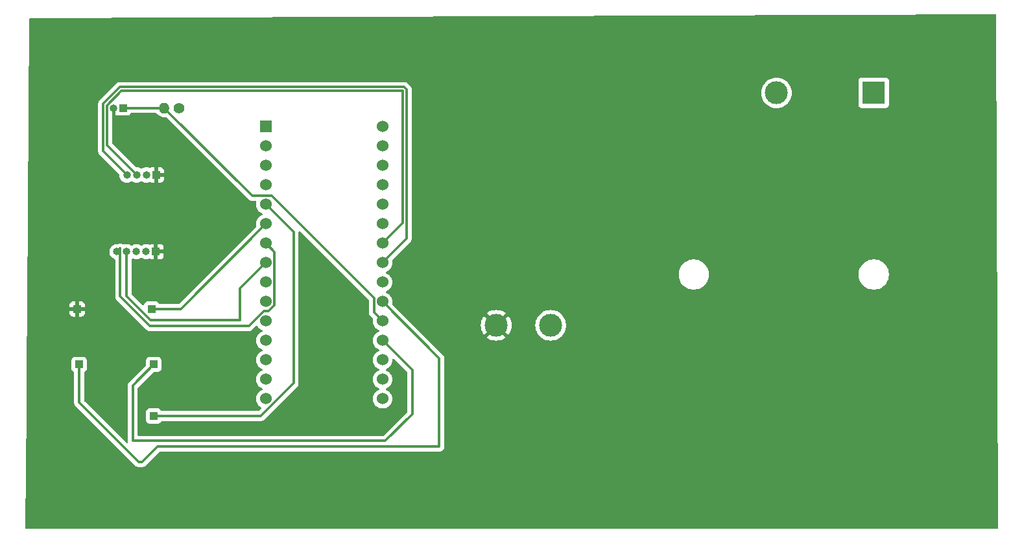
<source format=gbr>
%TF.GenerationSoftware,KiCad,Pcbnew,8.0.7*%
%TF.CreationDate,2024-12-21T06:43:57+05:30*%
%TF.ProjectId,hello,68656c6c-6f2e-46b6-9963-61645f706362,rev?*%
%TF.SameCoordinates,Original*%
%TF.FileFunction,Copper,L2,Bot*%
%TF.FilePolarity,Positive*%
%FSLAX46Y46*%
G04 Gerber Fmt 4.6, Leading zero omitted, Abs format (unit mm)*
G04 Created by KiCad (PCBNEW 8.0.7) date 2024-12-21 06:43:57*
%MOMM*%
%LPD*%
G01*
G04 APERTURE LIST*
%TA.AperFunction,ComponentPad*%
%ADD10R,1.000000X1.000000*%
%TD*%
%TA.AperFunction,ComponentPad*%
%ADD11O,1.000000X1.000000*%
%TD*%
%TA.AperFunction,ComponentPad*%
%ADD12C,3.000000*%
%TD*%
%TA.AperFunction,ComponentPad*%
%ADD13C,1.524000*%
%TD*%
%TA.AperFunction,ComponentPad*%
%ADD14R,1.524000X1.524000*%
%TD*%
%TA.AperFunction,ComponentPad*%
%ADD15C,1.400000*%
%TD*%
%TA.AperFunction,ComponentPad*%
%ADD16O,1.400000X1.400000*%
%TD*%
%TA.AperFunction,ComponentPad*%
%ADD17R,3.000000X3.000000*%
%TD*%
%TA.AperFunction,Conductor*%
%ADD18C,0.300000*%
%TD*%
G04 APERTURE END LIST*
D10*
%TO.P,U2,1,GND*%
%TO.N,GND*%
X120060000Y-85500000D03*
D11*
%TO.P,U2,2,VCC*%
%TO.N,+5V*%
X118790000Y-85500000D03*
%TO.P,U2,3,SCL*%
%TO.N,SCL*%
X117520000Y-85500000D03*
%TO.P,U2,4,SDA*%
%TO.N,SDA*%
X116250000Y-85500000D03*
%TD*%
D10*
%TO.P,R2,1*%
%TO.N,ohmmeter*%
X115750000Y-76750000D03*
D11*
%TO.P,R2,2*%
%TO.N,GND*%
X114480000Y-76750000D03*
%TD*%
D10*
%TO.P,J3,1,Pin_1*%
%TO.N,common*%
X110000000Y-110250000D03*
%TD*%
%TO.P,J5,1,Pin_1*%
%TO.N,GND*%
X109750000Y-103000000D03*
%TD*%
%TO.P,J2,1,Pin_1*%
%TO.N,volt*%
X119750000Y-110250000D03*
%TD*%
D12*
%TO.P,SW1,P,B*%
%TO.N,/switch*%
X171556000Y-105143750D03*
%TO.P,SW1,T,A*%
%TO.N,GND*%
X164444000Y-105143750D03*
%TD*%
D13*
%TO.P,U1,30,VIN*%
%TO.N,+5V*%
X149616000Y-79190000D03*
%TO.P,U1,29,GND*%
%TO.N,unconnected-(U1-GND-Pad29)*%
X149616000Y-81730000D03*
%TO.P,U1,28,RST*%
%TO.N,unconnected-(U1-RST-Pad28)*%
X149616000Y-84270000D03*
%TO.P,U1,27,5V*%
%TO.N,unconnected-(U1-5V-Pad27)*%
X149616000Y-86810000D03*
%TO.P,U1,26,A7*%
%TO.N,unconnected-(U1-A7-Pad26)*%
X149616000Y-89350000D03*
%TO.P,U1,25,A6*%
%TO.N,unconnected-(U1-A6-Pad25)*%
X149616000Y-91890000D03*
%TO.P,U1,24,A5/SCL*%
%TO.N,SCL*%
X149616000Y-94430000D03*
%TO.P,U1,23,A4/SDA*%
%TO.N,SDA*%
X149616000Y-96970000D03*
%TO.P,U1,22,A3*%
%TO.N,unconnected-(U1-A3-Pad22)*%
X149616000Y-99510000D03*
%TO.P,U1,21,A2*%
%TO.N,common*%
X149616000Y-102050000D03*
%TO.P,U1,20,A1*%
%TO.N,ohmmeter*%
X149616000Y-104590000D03*
%TO.P,U1,19,A0*%
%TO.N,volt*%
X149616000Y-107130000D03*
%TO.P,U1,18,REF*%
%TO.N,unconnected-(U1-REF-Pad18)*%
X149616000Y-109670000D03*
%TO.P,U1,17,3V3*%
%TO.N,unconnected-(U1-3V3-Pad17)*%
X149616000Y-112210000D03*
%TO.P,U1,16,D13*%
%TO.N,unconnected-(U1-D13-Pad16)*%
X149616000Y-114750000D03*
%TO.P,U1,15,D12*%
%TO.N,unconnected-(U1-D12-Pad15)*%
X134376000Y-114750000D03*
%TO.P,U1,14,D11*%
%TO.N,unconnected-(U1-D11-Pad14)*%
X134376000Y-112210000D03*
%TO.P,U1,13,D10*%
%TO.N,unconnected-(U1-D10-Pad13)*%
X134376000Y-109670000D03*
%TO.P,U1,12,D9*%
%TO.N,unconnected-(U1-D9-Pad12)*%
X134376000Y-107130000D03*
%TO.P,U1,11,D8*%
%TO.N,unconnected-(U1-D8-Pad11)*%
X134376000Y-104590000D03*
%TO.P,U1,10,D7*%
%TO.N,unconnected-(U1-D7-Pad10)*%
X134376000Y-102050000D03*
%TO.P,U1,9,D6*%
%TO.N,unconnected-(U1-D6-Pad9)*%
X134376000Y-99510000D03*
%TO.P,U1,8,D5*%
%TO.N,DT*%
X134376000Y-96970000D03*
%TO.P,U1,7,D4*%
%TO.N,CLK*%
X134376000Y-94430000D03*
%TO.P,U1,6,D3*%
%TO.N,cont*%
X134376000Y-91890000D03*
%TO.P,U1,5,D2*%
%TO.N,pwm*%
X134376000Y-89350000D03*
%TO.P,U1,4,GND*%
%TO.N,unconnected-(U1-GND-Pad4)*%
X134376000Y-86810000D03*
%TO.P,U1,3,RST*%
%TO.N,unconnected-(U1-RST-Pad3)*%
X134376000Y-84270000D03*
%TO.P,U1,2,D0/RX*%
%TO.N,unconnected-(U1-D0{slash}RX-Pad2)*%
X134376000Y-81730000D03*
D14*
%TO.P,U1,1,D1/TX*%
%TO.N,unconnected-(U1-D1{slash}TX-Pad1)*%
X134376000Y-79190000D03*
%TD*%
D10*
%TO.P,U3,1,GND*%
%TO.N,GND*%
X120025000Y-95525000D03*
D11*
%TO.P,U3,2,VCC*%
%TO.N,+5V*%
X118755000Y-95525000D03*
%TO.P,U3,3,SW*%
%TO.N,unconnected-(U3-SW-Pad3)*%
X117485000Y-95525000D03*
%TO.P,U3,4,DT*%
%TO.N,DT*%
X116215000Y-95525000D03*
%TO.P,U3,5,CLK*%
%TO.N,CLK*%
X114945000Y-95525000D03*
%TD*%
D10*
%TO.P,J4,1,Pin_1*%
%TO.N,cont*%
X119500000Y-103000000D03*
%TD*%
D15*
%TO.P,R1,1*%
%TO.N,+5V*%
X123000000Y-76750000D03*
D16*
%TO.P,R1,2*%
%TO.N,ohmmeter*%
X121100000Y-76750000D03*
%TD*%
D17*
%TO.P,BT1,1,+*%
%TO.N,+5V*%
X213750000Y-74780000D03*
D12*
%TO.P,BT1,2,-*%
%TO.N,/switch*%
X201050000Y-74780000D03*
%TD*%
D10*
%TO.P,J1,1,Pin_1*%
%TO.N,pwm*%
X119750000Y-117000000D03*
%TD*%
D18*
%TO.N,SDA*%
X152750000Y-93836000D02*
X149616000Y-96970000D01*
X152750000Y-74292893D02*
X152750000Y-93836000D01*
X115320811Y-74000000D02*
X152457107Y-74000000D01*
X152457107Y-74000000D02*
X152750000Y-74292893D01*
X113130000Y-82380000D02*
X113130000Y-76190811D01*
X113130000Y-76190811D02*
X115320811Y-74000000D01*
X116250000Y-85500000D02*
X113130000Y-82380000D01*
%TO.N,SCL*%
X152250000Y-74500000D02*
X152250000Y-91796000D01*
X115527918Y-74500000D02*
X152250000Y-74500000D01*
X113630000Y-76397918D02*
X115527918Y-74500000D01*
X113630000Y-81610000D02*
X113630000Y-76397918D01*
X152250000Y-91796000D02*
X149616000Y-94430000D01*
X117520000Y-85500000D02*
X113630000Y-81610000D01*
%TO.N,ohmmeter*%
X132588000Y-88238000D02*
X135152606Y-88238000D01*
X135152606Y-88238000D02*
X148504000Y-101589394D01*
X148504000Y-101589394D02*
X148504000Y-103478000D01*
X121100000Y-76750000D02*
X132588000Y-88238000D01*
X148504000Y-103478000D02*
X149616000Y-104590000D01*
X115750000Y-76750000D02*
X121100000Y-76750000D01*
%TO.N,common*%
X157000000Y-121000000D02*
X157000000Y-109434000D01*
X120250000Y-121000000D02*
X157000000Y-121000000D01*
X118250000Y-123000000D02*
X120250000Y-121000000D01*
X117750000Y-123000000D02*
X118250000Y-123000000D01*
X110000000Y-115250000D02*
X117750000Y-123000000D01*
X110000000Y-110250000D02*
X110000000Y-115250000D01*
X157000000Y-109434000D02*
X149616000Y-102050000D01*
%TO.N,volt*%
X153500000Y-116750000D02*
X153500000Y-111014000D01*
X150000000Y-120250000D02*
X153500000Y-116750000D01*
X117000000Y-120250000D02*
X150000000Y-120250000D01*
X119750000Y-110250000D02*
X117000000Y-113000000D01*
X117000000Y-113000000D02*
X117000000Y-120250000D01*
X153500000Y-111014000D02*
X149616000Y-107130000D01*
%TO.N,CLK*%
X135488000Y-95542000D02*
X134376000Y-94430000D01*
X135488000Y-102512000D02*
X135488000Y-95542000D01*
X132143394Y-105250000D02*
X134143394Y-103250000D01*
X134750000Y-103250000D02*
X135488000Y-102512000D01*
X119250000Y-105250000D02*
X132143394Y-105250000D01*
X115365000Y-101365000D02*
X119250000Y-105250000D01*
X115365000Y-95105000D02*
X115365000Y-101365000D01*
X134143394Y-103250000D02*
X134750000Y-103250000D01*
X114945000Y-95525000D02*
X115365000Y-95105000D01*
%TO.N,pwm*%
X133698606Y-117000000D02*
X119750000Y-117000000D01*
X138000000Y-112698606D02*
X133698606Y-117000000D01*
X134376000Y-89350000D02*
X138000000Y-92974000D01*
X138000000Y-92974000D02*
X138000000Y-112698606D01*
%TO.N,DT*%
X131000000Y-100346000D02*
X134376000Y-96970000D01*
X131000000Y-104500000D02*
X131000000Y-100346000D01*
X119350000Y-104500000D02*
X131000000Y-104500000D01*
X116215000Y-101365000D02*
X119350000Y-104500000D01*
X116215000Y-95525000D02*
X116215000Y-101365000D01*
%TO.N,cont*%
X119500000Y-103000000D02*
X123266000Y-103000000D01*
X123266000Y-103000000D02*
X134376000Y-91890000D01*
%TD*%
%TA.AperFunction,Conductor*%
%TO.N,GND*%
G36*
X229693088Y-64519910D02*
G01*
X229739051Y-64572532D01*
X229750461Y-64624029D01*
X229999537Y-131625539D01*
X229980102Y-131692651D01*
X229927468Y-131738602D01*
X229875538Y-131750000D01*
X103124933Y-131750000D01*
X103057894Y-131730315D01*
X103012139Y-131677511D01*
X103000936Y-131625071D01*
X103116910Y-116142452D01*
X103165152Y-109702135D01*
X108999500Y-109702135D01*
X108999500Y-110797870D01*
X108999501Y-110797876D01*
X109005908Y-110857483D01*
X109056202Y-110992328D01*
X109056206Y-110992335D01*
X109142452Y-111107544D01*
X109142455Y-111107547D01*
X109257665Y-111193794D01*
X109257667Y-111193794D01*
X109257669Y-111193796D01*
X109268830Y-111197958D01*
X109324764Y-111239826D01*
X109349184Y-111305289D01*
X109349500Y-111314141D01*
X109349500Y-115314071D01*
X109373496Y-115434701D01*
X109374499Y-115439746D01*
X109423533Y-115558125D01*
X109494726Y-115664673D01*
X117335326Y-123505273D01*
X117335329Y-123505275D01*
X117335331Y-123505277D01*
X117441873Y-123576465D01*
X117560256Y-123625501D01*
X117560260Y-123625501D01*
X117560261Y-123625502D01*
X117685928Y-123650500D01*
X117685931Y-123650500D01*
X118314071Y-123650500D01*
X118398615Y-123633682D01*
X118439744Y-123625501D01*
X118558127Y-123576465D01*
X118664669Y-123505277D01*
X120483126Y-121686818D01*
X120544449Y-121653334D01*
X120570807Y-121650500D01*
X157064071Y-121650500D01*
X157148615Y-121633682D01*
X157189744Y-121625501D01*
X157308127Y-121576465D01*
X157414669Y-121505276D01*
X157505276Y-121414669D01*
X157576465Y-121308127D01*
X157625501Y-121189744D01*
X157650500Y-121064069D01*
X157650500Y-109369931D01*
X157650500Y-109369928D01*
X157625502Y-109244261D01*
X157625501Y-109244260D01*
X157625501Y-109244256D01*
X157576465Y-109125873D01*
X157564574Y-109108077D01*
X157505277Y-109019331D01*
X157505275Y-109019329D01*
X157505273Y-109019326D01*
X157505272Y-109019325D01*
X153629694Y-105143748D01*
X162438891Y-105143748D01*
X162438891Y-105143751D01*
X162459300Y-105429112D01*
X162520109Y-105708645D01*
X162620091Y-105976708D01*
X162757191Y-106227788D01*
X162757196Y-106227796D01*
X162863882Y-106370312D01*
X162863883Y-106370313D01*
X163581426Y-105652770D01*
X163667249Y-105781213D01*
X163806537Y-105920501D01*
X163934978Y-106006323D01*
X163217435Y-106723865D01*
X163217436Y-106723866D01*
X163359953Y-106830553D01*
X163359961Y-106830558D01*
X163611042Y-106967658D01*
X163611041Y-106967658D01*
X163879104Y-107067640D01*
X164158637Y-107128449D01*
X164443999Y-107148859D01*
X164444001Y-107148859D01*
X164729362Y-107128449D01*
X165008895Y-107067640D01*
X165276958Y-106967658D01*
X165528038Y-106830558D01*
X165528039Y-106830557D01*
X165670563Y-106723865D01*
X164953020Y-106006323D01*
X165081463Y-105920501D01*
X165220751Y-105781213D01*
X165306573Y-105652770D01*
X166024115Y-106370313D01*
X166130807Y-106227789D01*
X166130808Y-106227788D01*
X166267908Y-105976708D01*
X166367890Y-105708645D01*
X166428699Y-105429112D01*
X166449109Y-105143751D01*
X166449109Y-105143748D01*
X169550390Y-105143748D01*
X169550390Y-105143751D01*
X169570804Y-105429183D01*
X169631628Y-105708787D01*
X169631630Y-105708793D01*
X169631631Y-105708796D01*
X169729944Y-105972382D01*
X169731635Y-105976916D01*
X169868770Y-106228059D01*
X169868775Y-106228067D01*
X170040254Y-106457137D01*
X170040270Y-106457155D01*
X170242594Y-106659479D01*
X170242612Y-106659495D01*
X170471682Y-106830974D01*
X170471690Y-106830979D01*
X170722833Y-106968114D01*
X170722832Y-106968114D01*
X170722836Y-106968115D01*
X170722839Y-106968117D01*
X170990954Y-107068119D01*
X170990960Y-107068120D01*
X170990962Y-107068121D01*
X171270566Y-107128945D01*
X171270568Y-107128945D01*
X171270572Y-107128946D01*
X171524220Y-107147087D01*
X171555999Y-107149360D01*
X171556000Y-107149360D01*
X171556001Y-107149360D01*
X171584595Y-107147314D01*
X171841428Y-107128946D01*
X172121046Y-107068119D01*
X172389161Y-106968117D01*
X172640315Y-106830976D01*
X172869395Y-106659489D01*
X173071739Y-106457145D01*
X173243226Y-106228065D01*
X173380367Y-105976911D01*
X173480369Y-105708796D01*
X173484994Y-105687534D01*
X173541195Y-105429183D01*
X173541195Y-105429182D01*
X173541196Y-105429178D01*
X173561610Y-105143750D01*
X173541196Y-104858322D01*
X173530699Y-104810070D01*
X173480371Y-104578712D01*
X173480370Y-104578710D01*
X173480369Y-104578704D01*
X173380367Y-104310589D01*
X173366236Y-104284711D01*
X173243229Y-104059440D01*
X173243224Y-104059432D01*
X173071745Y-103830362D01*
X173071729Y-103830344D01*
X172869405Y-103628020D01*
X172869387Y-103628004D01*
X172640317Y-103456525D01*
X172640309Y-103456520D01*
X172389166Y-103319385D01*
X172389167Y-103319385D01*
X172203138Y-103250000D01*
X172121046Y-103219381D01*
X172121043Y-103219380D01*
X172121037Y-103219378D01*
X171841433Y-103158554D01*
X171556001Y-103138140D01*
X171555999Y-103138140D01*
X171270566Y-103158554D01*
X170990962Y-103219378D01*
X170722833Y-103319385D01*
X170471690Y-103456520D01*
X170471682Y-103456525D01*
X170242612Y-103628004D01*
X170242594Y-103628020D01*
X170040270Y-103830344D01*
X170040254Y-103830362D01*
X169868775Y-104059432D01*
X169868770Y-104059440D01*
X169731635Y-104310583D01*
X169631628Y-104578712D01*
X169570804Y-104858316D01*
X169550390Y-105143748D01*
X166449109Y-105143748D01*
X166428699Y-104858387D01*
X166367890Y-104578854D01*
X166267908Y-104310791D01*
X166130808Y-104059711D01*
X166130803Y-104059703D01*
X166024116Y-103917186D01*
X166024115Y-103917185D01*
X165306572Y-104634728D01*
X165220751Y-104506287D01*
X165081463Y-104366999D01*
X164953020Y-104281175D01*
X165670563Y-103563633D01*
X165670562Y-103563632D01*
X165528046Y-103456946D01*
X165528038Y-103456941D01*
X165276957Y-103319841D01*
X165276958Y-103319841D01*
X165008895Y-103219859D01*
X164729362Y-103159050D01*
X164444001Y-103138641D01*
X164443999Y-103138641D01*
X164158637Y-103159050D01*
X163879104Y-103219859D01*
X163611041Y-103319841D01*
X163359961Y-103456941D01*
X163359953Y-103456946D01*
X163217435Y-103563632D01*
X163934979Y-104281176D01*
X163806537Y-104366999D01*
X163667249Y-104506287D01*
X163581426Y-104634729D01*
X162863882Y-103917185D01*
X162757196Y-104059703D01*
X162757191Y-104059711D01*
X162620091Y-104310791D01*
X162520109Y-104578854D01*
X162459300Y-104858387D01*
X162438891Y-105143748D01*
X153629694Y-105143748D01*
X150891857Y-102405911D01*
X150858372Y-102344588D01*
X150859764Y-102286133D01*
X150864070Y-102270068D01*
X150882780Y-102056204D01*
X150883323Y-102050002D01*
X150883323Y-102049997D01*
X150876103Y-101967474D01*
X150864070Y-101829932D01*
X150806894Y-101616550D01*
X150713534Y-101416339D01*
X150586826Y-101235380D01*
X150430620Y-101079174D01*
X150430616Y-101079171D01*
X150430615Y-101079170D01*
X150249666Y-100952468D01*
X150249658Y-100952464D01*
X150120811Y-100892382D01*
X150068371Y-100846210D01*
X150049219Y-100779017D01*
X150069435Y-100712135D01*
X150120811Y-100667618D01*
X150126802Y-100664824D01*
X150249662Y-100607534D01*
X150430620Y-100480826D01*
X150586826Y-100324620D01*
X150713534Y-100143662D01*
X150806894Y-99943450D01*
X150864070Y-99730068D01*
X150883323Y-99510000D01*
X150883322Y-99509994D01*
X150871566Y-99375616D01*
X150864070Y-99289932D01*
X150806894Y-99076550D01*
X150713534Y-98876339D01*
X150586826Y-98695380D01*
X150430620Y-98539174D01*
X150430616Y-98539171D01*
X150430615Y-98539170D01*
X150249666Y-98412468D01*
X150249658Y-98412464D01*
X150159719Y-98370525D01*
X188274500Y-98370525D01*
X188274500Y-98629474D01*
X188274501Y-98629491D01*
X188308299Y-98886217D01*
X188308300Y-98886222D01*
X188308301Y-98886228D01*
X188308302Y-98886230D01*
X188375324Y-99136364D01*
X188474423Y-99375609D01*
X188474427Y-99375619D01*
X188603906Y-99599883D01*
X188761551Y-99805331D01*
X188761557Y-99805338D01*
X188944661Y-99988442D01*
X188944668Y-99988448D01*
X189150116Y-100146093D01*
X189374380Y-100275572D01*
X189374381Y-100275572D01*
X189374384Y-100275574D01*
X189613634Y-100374675D01*
X189863772Y-100441699D01*
X190120519Y-100475500D01*
X190120526Y-100475500D01*
X190379474Y-100475500D01*
X190379481Y-100475500D01*
X190636228Y-100441699D01*
X190886366Y-100374675D01*
X191125616Y-100275574D01*
X191349884Y-100146093D01*
X191555333Y-99988447D01*
X191738447Y-99805333D01*
X191896093Y-99599884D01*
X192025574Y-99375616D01*
X192124675Y-99136366D01*
X192191699Y-98886228D01*
X192225500Y-98629481D01*
X192225500Y-98370525D01*
X211774500Y-98370525D01*
X211774500Y-98629474D01*
X211774501Y-98629491D01*
X211808299Y-98886217D01*
X211808300Y-98886222D01*
X211808301Y-98886228D01*
X211808302Y-98886230D01*
X211875324Y-99136364D01*
X211974423Y-99375609D01*
X211974427Y-99375619D01*
X212103906Y-99599883D01*
X212261551Y-99805331D01*
X212261557Y-99805338D01*
X212444661Y-99988442D01*
X212444668Y-99988448D01*
X212650116Y-100146093D01*
X212874380Y-100275572D01*
X212874381Y-100275572D01*
X212874384Y-100275574D01*
X213113634Y-100374675D01*
X213363772Y-100441699D01*
X213620519Y-100475500D01*
X213620526Y-100475500D01*
X213879474Y-100475500D01*
X213879481Y-100475500D01*
X214136228Y-100441699D01*
X214386366Y-100374675D01*
X214625616Y-100275574D01*
X214849884Y-100146093D01*
X215055333Y-99988447D01*
X215238447Y-99805333D01*
X215396093Y-99599884D01*
X215525574Y-99375616D01*
X215624675Y-99136366D01*
X215691699Y-98886228D01*
X215725500Y-98629481D01*
X215725500Y-98370519D01*
X215691699Y-98113772D01*
X215624675Y-97863634D01*
X215525574Y-97624384D01*
X215513612Y-97603666D01*
X215396093Y-97400116D01*
X215238448Y-97194668D01*
X215238442Y-97194661D01*
X215055338Y-97011557D01*
X215055331Y-97011551D01*
X214849883Y-96853906D01*
X214625619Y-96724427D01*
X214625609Y-96724423D01*
X214386364Y-96625324D01*
X214261297Y-96591813D01*
X214136228Y-96558301D01*
X214136222Y-96558300D01*
X214136217Y-96558299D01*
X213879491Y-96524501D01*
X213879486Y-96524500D01*
X213879481Y-96524500D01*
X213620519Y-96524500D01*
X213620513Y-96524500D01*
X213620508Y-96524501D01*
X213363782Y-96558299D01*
X213363775Y-96558300D01*
X213363772Y-96558301D01*
X213310908Y-96572465D01*
X213113635Y-96625324D01*
X212874390Y-96724423D01*
X212874380Y-96724427D01*
X212650116Y-96853906D01*
X212444668Y-97011551D01*
X212444661Y-97011557D01*
X212261557Y-97194661D01*
X212261551Y-97194668D01*
X212103906Y-97400116D01*
X211974427Y-97624380D01*
X211974423Y-97624390D01*
X211875324Y-97863635D01*
X211808302Y-98113769D01*
X211808299Y-98113782D01*
X211774501Y-98370508D01*
X211774500Y-98370525D01*
X192225500Y-98370525D01*
X192225500Y-98370519D01*
X192191699Y-98113772D01*
X192124675Y-97863634D01*
X192025574Y-97624384D01*
X192013612Y-97603666D01*
X191896093Y-97400116D01*
X191738448Y-97194668D01*
X191738442Y-97194661D01*
X191555338Y-97011557D01*
X191555331Y-97011551D01*
X191349883Y-96853906D01*
X191125619Y-96724427D01*
X191125609Y-96724423D01*
X190886364Y-96625324D01*
X190761297Y-96591813D01*
X190636228Y-96558301D01*
X190636222Y-96558300D01*
X190636217Y-96558299D01*
X190379491Y-96524501D01*
X190379486Y-96524500D01*
X190379481Y-96524500D01*
X190120519Y-96524500D01*
X190120513Y-96524500D01*
X190120508Y-96524501D01*
X189863782Y-96558299D01*
X189863775Y-96558300D01*
X189863772Y-96558301D01*
X189810908Y-96572465D01*
X189613635Y-96625324D01*
X189374390Y-96724423D01*
X189374380Y-96724427D01*
X189150116Y-96853906D01*
X188944668Y-97011551D01*
X188944661Y-97011557D01*
X188761557Y-97194661D01*
X188761551Y-97194668D01*
X188603906Y-97400116D01*
X188474427Y-97624380D01*
X188474423Y-97624390D01*
X188375324Y-97863635D01*
X188308302Y-98113769D01*
X188308299Y-98113782D01*
X188274501Y-98370508D01*
X188274500Y-98370525D01*
X150159719Y-98370525D01*
X150120811Y-98352382D01*
X150068371Y-98306210D01*
X150049219Y-98239017D01*
X150069435Y-98172135D01*
X150120811Y-98127618D01*
X150150510Y-98113769D01*
X150249662Y-98067534D01*
X150430620Y-97940826D01*
X150586826Y-97784620D01*
X150713534Y-97603662D01*
X150806894Y-97403450D01*
X150864070Y-97190068D01*
X150883323Y-96970000D01*
X150864070Y-96749932D01*
X150859765Y-96733866D01*
X150861424Y-96664017D01*
X150891855Y-96614089D01*
X153255276Y-94250670D01*
X153326465Y-94144127D01*
X153375501Y-94025744D01*
X153381308Y-93996550D01*
X153400500Y-93900069D01*
X153400500Y-74779998D01*
X199044390Y-74779998D01*
X199044390Y-74780001D01*
X199064804Y-75065433D01*
X199125628Y-75345037D01*
X199225635Y-75613166D01*
X199362770Y-75864309D01*
X199362775Y-75864317D01*
X199534254Y-76093387D01*
X199534270Y-76093405D01*
X199736594Y-76295729D01*
X199736612Y-76295745D01*
X199965682Y-76467224D01*
X199965690Y-76467229D01*
X200216833Y-76604364D01*
X200216832Y-76604364D01*
X200216836Y-76604365D01*
X200216839Y-76604367D01*
X200484954Y-76704369D01*
X200484960Y-76704370D01*
X200484962Y-76704371D01*
X200764566Y-76765195D01*
X200764568Y-76765195D01*
X200764572Y-76765196D01*
X201018220Y-76783337D01*
X201049999Y-76785610D01*
X201050000Y-76785610D01*
X201050001Y-76785610D01*
X201078595Y-76783564D01*
X201335428Y-76765196D01*
X201525742Y-76723796D01*
X201615037Y-76704371D01*
X201615037Y-76704370D01*
X201615046Y-76704369D01*
X201883161Y-76604367D01*
X202134315Y-76467226D01*
X202363395Y-76295739D01*
X202565739Y-76093395D01*
X202737226Y-75864315D01*
X202874367Y-75613161D01*
X202974369Y-75345046D01*
X203035196Y-75065428D01*
X203055610Y-74780000D01*
X203035196Y-74494572D01*
X202974369Y-74214954D01*
X202874367Y-73946839D01*
X202737226Y-73695685D01*
X202737224Y-73695682D01*
X202565745Y-73466612D01*
X202565729Y-73466594D01*
X202363405Y-73264270D01*
X202363387Y-73264254D01*
X202320481Y-73232135D01*
X211749500Y-73232135D01*
X211749500Y-76327870D01*
X211749501Y-76327876D01*
X211755908Y-76387483D01*
X211806202Y-76522328D01*
X211806206Y-76522335D01*
X211892452Y-76637544D01*
X211892455Y-76637547D01*
X212007664Y-76723793D01*
X212007671Y-76723797D01*
X212142517Y-76774091D01*
X212142516Y-76774091D01*
X212149444Y-76774835D01*
X212202127Y-76780500D01*
X215297872Y-76780499D01*
X215357483Y-76774091D01*
X215492331Y-76723796D01*
X215607546Y-76637546D01*
X215693796Y-76522331D01*
X215744091Y-76387483D01*
X215750500Y-76327873D01*
X215750499Y-73232128D01*
X215744091Y-73172517D01*
X215714347Y-73092770D01*
X215693797Y-73037671D01*
X215693793Y-73037664D01*
X215607547Y-72922455D01*
X215607544Y-72922452D01*
X215492335Y-72836206D01*
X215492328Y-72836202D01*
X215357482Y-72785908D01*
X215357483Y-72785908D01*
X215297883Y-72779501D01*
X215297881Y-72779500D01*
X215297873Y-72779500D01*
X215297864Y-72779500D01*
X212202129Y-72779500D01*
X212202123Y-72779501D01*
X212142516Y-72785908D01*
X212007671Y-72836202D01*
X212007664Y-72836206D01*
X211892455Y-72922452D01*
X211892452Y-72922455D01*
X211806206Y-73037664D01*
X211806202Y-73037671D01*
X211755908Y-73172517D01*
X211749501Y-73232116D01*
X211749501Y-73232123D01*
X211749500Y-73232135D01*
X202320481Y-73232135D01*
X202134317Y-73092775D01*
X202134309Y-73092770D01*
X201883166Y-72955635D01*
X201883167Y-72955635D01*
X201775915Y-72915632D01*
X201615046Y-72855631D01*
X201615043Y-72855630D01*
X201615037Y-72855628D01*
X201335433Y-72794804D01*
X201050001Y-72774390D01*
X201049999Y-72774390D01*
X200764566Y-72794804D01*
X200484962Y-72855628D01*
X200216833Y-72955635D01*
X199965690Y-73092770D01*
X199965682Y-73092775D01*
X199736612Y-73264254D01*
X199736594Y-73264270D01*
X199534270Y-73466594D01*
X199534254Y-73466612D01*
X199362775Y-73695682D01*
X199362770Y-73695690D01*
X199225635Y-73946833D01*
X199125628Y-74214962D01*
X199064804Y-74494566D01*
X199044390Y-74779998D01*
X153400500Y-74779998D01*
X153400500Y-74228824D01*
X153400500Y-74228821D01*
X153375502Y-74103154D01*
X153375501Y-74103153D01*
X153375501Y-74103149D01*
X153326465Y-73984766D01*
X153285552Y-73923535D01*
X153255276Y-73878223D01*
X153255274Y-73878220D01*
X152871780Y-73494726D01*
X152829704Y-73466612D01*
X152765234Y-73423535D01*
X152646851Y-73374499D01*
X152646845Y-73374497D01*
X152521178Y-73349500D01*
X152521176Y-73349500D01*
X115256742Y-73349500D01*
X115256740Y-73349500D01*
X115131072Y-73374497D01*
X115131062Y-73374500D01*
X115082031Y-73394810D01*
X115012692Y-73423530D01*
X115012674Y-73423540D01*
X114906143Y-73494721D01*
X114906136Y-73494727D01*
X112624724Y-75776140D01*
X112624723Y-75776142D01*
X112604637Y-75806204D01*
X112604636Y-75806206D01*
X112553534Y-75882684D01*
X112504499Y-76001066D01*
X112504497Y-76001072D01*
X112479500Y-76126739D01*
X112479500Y-76126742D01*
X112479500Y-82444069D01*
X112479500Y-82444071D01*
X112479499Y-82444071D01*
X112504497Y-82569738D01*
X112504499Y-82569744D01*
X112553534Y-82688125D01*
X112624726Y-82794673D01*
X112624727Y-82794674D01*
X115210845Y-85380791D01*
X115244330Y-85442114D01*
X115246567Y-85480625D01*
X115244659Y-85499999D01*
X115263975Y-85696129D01*
X115321188Y-85884733D01*
X115414086Y-86058532D01*
X115414090Y-86058539D01*
X115539116Y-86210883D01*
X115691460Y-86335909D01*
X115691467Y-86335913D01*
X115865266Y-86428811D01*
X115865269Y-86428811D01*
X115865273Y-86428814D01*
X116053868Y-86486024D01*
X116250000Y-86505341D01*
X116446132Y-86486024D01*
X116634727Y-86428814D01*
X116808538Y-86335910D01*
X116808544Y-86335904D01*
X116813607Y-86332523D01*
X116814703Y-86334164D01*
X116870639Y-86310405D01*
X116939507Y-86322194D01*
X116956148Y-86332888D01*
X116956393Y-86332523D01*
X116961458Y-86335907D01*
X116961462Y-86335910D01*
X117037502Y-86376554D01*
X117131439Y-86426765D01*
X117135273Y-86428814D01*
X117323868Y-86486024D01*
X117520000Y-86505341D01*
X117716132Y-86486024D01*
X117904727Y-86428814D01*
X118078538Y-86335910D01*
X118078544Y-86335904D01*
X118083607Y-86332523D01*
X118084703Y-86334164D01*
X118140639Y-86310405D01*
X118209507Y-86322194D01*
X118226148Y-86332888D01*
X118226393Y-86332523D01*
X118231458Y-86335907D01*
X118231462Y-86335910D01*
X118307502Y-86376554D01*
X118401439Y-86426765D01*
X118405273Y-86428814D01*
X118593868Y-86486024D01*
X118790000Y-86505341D01*
X118986132Y-86486024D01*
X119174727Y-86428814D01*
X119177338Y-86427418D01*
X119178864Y-86427100D01*
X119180355Y-86426483D01*
X119180472Y-86426765D01*
X119245737Y-86413174D01*
X119310106Y-86437510D01*
X119317908Y-86443351D01*
X119452623Y-86493597D01*
X119452627Y-86493598D01*
X119512155Y-86499999D01*
X119512172Y-86500000D01*
X119810000Y-86500000D01*
X120310000Y-86500000D01*
X120607828Y-86500000D01*
X120607844Y-86499999D01*
X120667372Y-86493598D01*
X120667379Y-86493596D01*
X120802086Y-86443354D01*
X120802093Y-86443350D01*
X120917187Y-86357190D01*
X120917190Y-86357187D01*
X121003350Y-86242093D01*
X121003354Y-86242086D01*
X121053596Y-86107379D01*
X121053598Y-86107372D01*
X121059999Y-86047844D01*
X121060000Y-86047827D01*
X121060000Y-85750000D01*
X120310000Y-85750000D01*
X120310000Y-86500000D01*
X119810000Y-86500000D01*
X119810000Y-85744975D01*
X119845095Y-85780070D01*
X119924905Y-85826148D01*
X120013922Y-85850000D01*
X120106078Y-85850000D01*
X120195095Y-85826148D01*
X120274905Y-85780070D01*
X120340070Y-85714905D01*
X120386148Y-85635095D01*
X120410000Y-85546078D01*
X120410000Y-85453922D01*
X120386148Y-85364905D01*
X120340070Y-85285095D01*
X120304975Y-85250000D01*
X120310000Y-85250000D01*
X121060000Y-85250000D01*
X121060000Y-84952172D01*
X121059999Y-84952155D01*
X121053598Y-84892627D01*
X121053596Y-84892620D01*
X121003354Y-84757913D01*
X121003350Y-84757906D01*
X120917190Y-84642812D01*
X120917187Y-84642809D01*
X120802093Y-84556649D01*
X120802086Y-84556645D01*
X120667379Y-84506403D01*
X120667372Y-84506401D01*
X120607844Y-84500000D01*
X120310000Y-84500000D01*
X120310000Y-85250000D01*
X120304975Y-85250000D01*
X120274905Y-85219930D01*
X120195095Y-85173852D01*
X120106078Y-85150000D01*
X120013922Y-85150000D01*
X119924905Y-85173852D01*
X119845095Y-85219930D01*
X119810000Y-85255025D01*
X119810000Y-84500000D01*
X119512155Y-84500000D01*
X119452627Y-84506401D01*
X119452620Y-84506403D01*
X119317913Y-84556645D01*
X119317907Y-84556648D01*
X119310102Y-84562492D01*
X119244638Y-84586908D01*
X119180470Y-84573249D01*
X119180359Y-84573518D01*
X119178905Y-84572916D01*
X119177341Y-84572583D01*
X119174731Y-84571188D01*
X119174730Y-84571187D01*
X119174727Y-84571186D01*
X118986132Y-84513976D01*
X118986129Y-84513975D01*
X118790000Y-84494659D01*
X118593870Y-84513975D01*
X118405266Y-84571188D01*
X118231467Y-84664086D01*
X118226399Y-84667473D01*
X118225305Y-84665836D01*
X118169337Y-84689596D01*
X118100471Y-84677795D01*
X118083843Y-84667109D01*
X118083601Y-84667473D01*
X118078532Y-84664086D01*
X117904733Y-84571188D01*
X117904727Y-84571186D01*
X117716132Y-84513976D01*
X117716129Y-84513975D01*
X117520000Y-84494659D01*
X117500625Y-84496567D01*
X117431979Y-84483547D01*
X117400791Y-84460845D01*
X114316819Y-81376873D01*
X114283334Y-81315550D01*
X114280500Y-81289192D01*
X114280500Y-77038964D01*
X114344905Y-77076148D01*
X114433922Y-77100000D01*
X114526078Y-77100000D01*
X114615095Y-77076148D01*
X114694905Y-77030070D01*
X114730000Y-76994975D01*
X114730000Y-77719159D01*
X114864539Y-77678347D01*
X114866408Y-77677349D01*
X114867500Y-77677121D01*
X114870170Y-77676016D01*
X114870379Y-77676521D01*
X114934810Y-77663104D01*
X114999176Y-77687439D01*
X115007664Y-77693793D01*
X115007671Y-77693797D01*
X115142517Y-77744091D01*
X115142516Y-77744091D01*
X115149444Y-77744835D01*
X115202127Y-77750500D01*
X116297872Y-77750499D01*
X116357483Y-77744091D01*
X116492331Y-77693796D01*
X116607546Y-77607546D01*
X116693796Y-77492331D01*
X116697960Y-77481165D01*
X116739829Y-77425234D01*
X116805293Y-77400816D01*
X116814141Y-77400500D01*
X120025137Y-77400500D01*
X120092176Y-77420185D01*
X120124091Y-77449773D01*
X120209021Y-77562238D01*
X120209025Y-77562242D01*
X120373437Y-77712123D01*
X120373439Y-77712125D01*
X120562595Y-77829245D01*
X120562596Y-77829245D01*
X120562599Y-77829247D01*
X120770060Y-77909618D01*
X120988757Y-77950500D01*
X120988759Y-77950500D01*
X121211242Y-77950500D01*
X121211243Y-77950500D01*
X121257092Y-77941929D01*
X121289639Y-77935845D01*
X121359154Y-77942875D01*
X121400106Y-77970052D01*
X132173324Y-88743271D01*
X132173331Y-88743277D01*
X132279871Y-88814464D01*
X132279870Y-88814464D01*
X132314544Y-88828826D01*
X132398256Y-88863501D01*
X132398260Y-88863501D01*
X132398261Y-88863502D01*
X132523928Y-88888500D01*
X132523931Y-88888500D01*
X133031022Y-88888500D01*
X133098061Y-88908185D01*
X133143816Y-88960989D01*
X133153760Y-89030147D01*
X133150798Y-89044585D01*
X133139054Y-89088415D01*
X133127930Y-89129930D01*
X133127929Y-89129937D01*
X133108677Y-89349997D01*
X133108677Y-89350002D01*
X133127929Y-89570062D01*
X133127930Y-89570070D01*
X133185104Y-89783445D01*
X133185105Y-89783447D01*
X133185106Y-89783450D01*
X133278466Y-89983662D01*
X133278468Y-89983666D01*
X133405170Y-90164615D01*
X133405175Y-90164621D01*
X133561378Y-90320824D01*
X133561384Y-90320829D01*
X133742333Y-90447531D01*
X133742335Y-90447532D01*
X133742338Y-90447534D01*
X133861748Y-90503215D01*
X133871189Y-90507618D01*
X133923628Y-90553790D01*
X133942780Y-90620984D01*
X133922564Y-90687865D01*
X133871189Y-90732382D01*
X133742340Y-90792465D01*
X133742338Y-90792466D01*
X133561377Y-90919175D01*
X133405175Y-91075377D01*
X133278466Y-91256338D01*
X133278465Y-91256340D01*
X133185107Y-91456548D01*
X133185104Y-91456554D01*
X133127930Y-91669929D01*
X133127929Y-91669937D01*
X133108677Y-91889997D01*
X133108677Y-91890002D01*
X133127929Y-92110062D01*
X133127931Y-92110075D01*
X133132236Y-92126141D01*
X133130571Y-92195990D01*
X133100141Y-92245911D01*
X123032873Y-102313181D01*
X122971550Y-102346666D01*
X122945192Y-102349500D01*
X120564141Y-102349500D01*
X120497102Y-102329815D01*
X120451347Y-102277011D01*
X120447969Y-102268859D01*
X120443796Y-102257669D01*
X120443793Y-102257665D01*
X120443793Y-102257664D01*
X120357547Y-102142455D01*
X120357544Y-102142452D01*
X120242335Y-102056206D01*
X120242328Y-102056202D01*
X120107482Y-102005908D01*
X120107483Y-102005908D01*
X120047883Y-101999501D01*
X120047881Y-101999500D01*
X120047873Y-101999500D01*
X120047864Y-101999500D01*
X118952129Y-101999500D01*
X118952123Y-101999501D01*
X118892516Y-102005908D01*
X118757671Y-102056202D01*
X118757664Y-102056206D01*
X118642455Y-102142452D01*
X118642452Y-102142455D01*
X118556206Y-102257664D01*
X118556202Y-102257671D01*
X118505908Y-102392516D01*
X118500273Y-102444932D01*
X118473535Y-102509483D01*
X118416142Y-102549331D01*
X118346317Y-102551824D01*
X118289303Y-102519357D01*
X116901819Y-101131873D01*
X116868334Y-101070550D01*
X116865500Y-101044192D01*
X116865500Y-96535206D01*
X116885185Y-96468167D01*
X116937989Y-96422412D01*
X117007147Y-96412468D01*
X117047952Y-96425848D01*
X117071013Y-96438174D01*
X117096439Y-96451765D01*
X117100273Y-96453814D01*
X117288868Y-96511024D01*
X117485000Y-96530341D01*
X117681132Y-96511024D01*
X117869727Y-96453814D01*
X118043538Y-96360910D01*
X118043544Y-96360904D01*
X118048607Y-96357523D01*
X118049703Y-96359164D01*
X118105639Y-96335405D01*
X118174507Y-96347194D01*
X118191148Y-96357888D01*
X118191393Y-96357523D01*
X118196458Y-96360907D01*
X118196462Y-96360910D01*
X118341013Y-96438174D01*
X118366439Y-96451765D01*
X118370273Y-96453814D01*
X118558868Y-96511024D01*
X118755000Y-96530341D01*
X118951132Y-96511024D01*
X119139727Y-96453814D01*
X119142338Y-96452418D01*
X119143864Y-96452100D01*
X119145355Y-96451483D01*
X119145472Y-96451765D01*
X119210737Y-96438174D01*
X119275106Y-96462510D01*
X119282908Y-96468351D01*
X119417623Y-96518597D01*
X119417627Y-96518598D01*
X119477155Y-96524999D01*
X119477172Y-96525000D01*
X119775000Y-96525000D01*
X120275000Y-96525000D01*
X120572828Y-96525000D01*
X120572844Y-96524999D01*
X120632372Y-96518598D01*
X120632379Y-96518596D01*
X120767086Y-96468354D01*
X120767093Y-96468350D01*
X120882187Y-96382190D01*
X120882190Y-96382187D01*
X120968350Y-96267093D01*
X120968354Y-96267086D01*
X121018596Y-96132379D01*
X121018598Y-96132372D01*
X121024999Y-96072844D01*
X121025000Y-96072827D01*
X121025000Y-95775000D01*
X120275000Y-95775000D01*
X120275000Y-96525000D01*
X119775000Y-96525000D01*
X119775000Y-95769975D01*
X119810095Y-95805070D01*
X119889905Y-95851148D01*
X119978922Y-95875000D01*
X120071078Y-95875000D01*
X120160095Y-95851148D01*
X120239905Y-95805070D01*
X120305070Y-95739905D01*
X120351148Y-95660095D01*
X120375000Y-95571078D01*
X120375000Y-95478922D01*
X120351148Y-95389905D01*
X120305070Y-95310095D01*
X120269975Y-95275000D01*
X120275000Y-95275000D01*
X121025000Y-95275000D01*
X121025000Y-94977172D01*
X121024999Y-94977155D01*
X121018598Y-94917627D01*
X121018596Y-94917620D01*
X120968354Y-94782913D01*
X120968350Y-94782906D01*
X120882190Y-94667812D01*
X120882187Y-94667809D01*
X120767093Y-94581649D01*
X120767086Y-94581645D01*
X120632379Y-94531403D01*
X120632372Y-94531401D01*
X120572844Y-94525000D01*
X120275000Y-94525000D01*
X120275000Y-95275000D01*
X120269975Y-95275000D01*
X120239905Y-95244930D01*
X120160095Y-95198852D01*
X120071078Y-95175000D01*
X119978922Y-95175000D01*
X119889905Y-95198852D01*
X119810095Y-95244930D01*
X119775000Y-95280025D01*
X119775000Y-94525000D01*
X119477155Y-94525000D01*
X119417627Y-94531401D01*
X119417620Y-94531403D01*
X119282913Y-94581645D01*
X119282907Y-94581648D01*
X119275102Y-94587492D01*
X119209638Y-94611908D01*
X119145470Y-94598249D01*
X119145359Y-94598518D01*
X119143905Y-94597916D01*
X119142341Y-94597583D01*
X119139731Y-94596188D01*
X119139730Y-94596187D01*
X119139727Y-94596186D01*
X118951132Y-94538976D01*
X118951129Y-94538975D01*
X118755000Y-94519659D01*
X118558870Y-94538975D01*
X118370266Y-94596188D01*
X118196467Y-94689086D01*
X118191399Y-94692473D01*
X118190305Y-94690836D01*
X118134337Y-94714596D01*
X118065471Y-94702795D01*
X118048843Y-94692109D01*
X118048601Y-94692473D01*
X118043532Y-94689086D01*
X117869733Y-94596188D01*
X117869727Y-94596186D01*
X117681132Y-94538976D01*
X117681129Y-94538975D01*
X117485000Y-94519659D01*
X117288870Y-94538975D01*
X117100266Y-94596188D01*
X116926467Y-94689086D01*
X116921399Y-94692473D01*
X116920305Y-94690836D01*
X116864337Y-94714596D01*
X116795471Y-94702795D01*
X116778843Y-94692109D01*
X116778601Y-94692473D01*
X116773532Y-94689086D01*
X116599733Y-94596188D01*
X116599727Y-94596186D01*
X116411132Y-94538976D01*
X116411129Y-94538975D01*
X116215000Y-94519659D01*
X116018870Y-94538975D01*
X115950769Y-94559633D01*
X115847948Y-94590824D01*
X115778084Y-94591447D01*
X115743065Y-94575265D01*
X115673129Y-94528535D01*
X115554744Y-94479499D01*
X115554738Y-94479497D01*
X115429071Y-94454500D01*
X115429069Y-94454500D01*
X115300931Y-94454500D01*
X115300929Y-94454500D01*
X115175261Y-94479497D01*
X115175251Y-94479500D01*
X115081390Y-94518379D01*
X115021785Y-94527221D01*
X114945001Y-94519659D01*
X114945000Y-94519659D01*
X114748870Y-94538975D01*
X114560266Y-94596188D01*
X114386467Y-94689086D01*
X114386460Y-94689090D01*
X114234116Y-94814116D01*
X114109090Y-94966460D01*
X114109086Y-94966467D01*
X114016188Y-95140266D01*
X113958975Y-95328870D01*
X113939659Y-95525000D01*
X113958975Y-95721129D01*
X114016188Y-95909733D01*
X114109086Y-96083532D01*
X114109090Y-96083539D01*
X114234116Y-96235883D01*
X114386460Y-96360909D01*
X114386467Y-96360913D01*
X114557066Y-96452100D01*
X114560273Y-96453814D01*
X114626496Y-96473902D01*
X114684933Y-96512198D01*
X114713390Y-96576010D01*
X114714500Y-96592562D01*
X114714500Y-101429070D01*
X114726238Y-101488076D01*
X114726238Y-101488078D01*
X114739497Y-101554736D01*
X114739499Y-101554744D01*
X114788534Y-101673125D01*
X114859726Y-101779673D01*
X118835326Y-105755273D01*
X118835329Y-105755275D01*
X118835331Y-105755277D01*
X118941873Y-105826465D01*
X119060256Y-105875501D01*
X119060260Y-105875501D01*
X119060261Y-105875502D01*
X119185928Y-105900500D01*
X119185931Y-105900500D01*
X132207465Y-105900500D01*
X132300818Y-105881930D01*
X132333138Y-105875501D01*
X132451521Y-105826465D01*
X132558063Y-105755277D01*
X133096223Y-105217115D01*
X133157544Y-105183632D01*
X133227235Y-105188616D01*
X133283169Y-105230487D01*
X133285477Y-105233675D01*
X133405170Y-105404615D01*
X133405175Y-105404621D01*
X133561378Y-105560824D01*
X133561384Y-105560829D01*
X133742333Y-105687531D01*
X133742335Y-105687532D01*
X133742338Y-105687534D01*
X133787935Y-105708796D01*
X133871189Y-105747618D01*
X133923628Y-105793790D01*
X133942780Y-105860984D01*
X133922564Y-105927865D01*
X133871189Y-105972382D01*
X133742340Y-106032465D01*
X133742338Y-106032466D01*
X133561377Y-106159175D01*
X133405175Y-106315377D01*
X133278466Y-106496338D01*
X133278465Y-106496340D01*
X133185107Y-106696548D01*
X133185104Y-106696554D01*
X133127930Y-106909929D01*
X133127929Y-106909937D01*
X133108677Y-107129997D01*
X133108677Y-107130002D01*
X133127929Y-107350062D01*
X133127930Y-107350070D01*
X133185104Y-107563445D01*
X133185105Y-107563447D01*
X133185106Y-107563450D01*
X133278466Y-107763662D01*
X133278468Y-107763666D01*
X133405170Y-107944615D01*
X133405175Y-107944621D01*
X133561378Y-108100824D01*
X133561384Y-108100829D01*
X133742333Y-108227531D01*
X133742335Y-108227532D01*
X133742338Y-108227534D01*
X133861748Y-108283215D01*
X133871189Y-108287618D01*
X133923628Y-108333790D01*
X133942780Y-108400984D01*
X133922564Y-108467865D01*
X133871189Y-108512382D01*
X133742340Y-108572465D01*
X133742338Y-108572466D01*
X133561377Y-108699175D01*
X133405175Y-108855377D01*
X133278466Y-109036338D01*
X133278465Y-109036340D01*
X133185107Y-109236548D01*
X133185104Y-109236554D01*
X133127930Y-109449929D01*
X133127929Y-109449937D01*
X133108677Y-109669997D01*
X133108677Y-109670002D01*
X133127929Y-109890062D01*
X133127930Y-109890070D01*
X133185104Y-110103445D01*
X133185105Y-110103447D01*
X133185106Y-110103450D01*
X133267055Y-110279191D01*
X133278466Y-110303662D01*
X133278468Y-110303666D01*
X133405170Y-110484615D01*
X133405175Y-110484621D01*
X133561378Y-110640824D01*
X133561384Y-110640829D01*
X133742333Y-110767531D01*
X133742335Y-110767532D01*
X133742338Y-110767534D01*
X133807407Y-110797876D01*
X133871189Y-110827618D01*
X133923628Y-110873790D01*
X133942780Y-110940984D01*
X133922564Y-111007865D01*
X133871189Y-111052382D01*
X133742340Y-111112465D01*
X133742338Y-111112466D01*
X133561377Y-111239175D01*
X133405175Y-111395377D01*
X133278466Y-111576338D01*
X133278465Y-111576340D01*
X133185107Y-111776548D01*
X133185104Y-111776554D01*
X133127930Y-111989929D01*
X133127929Y-111989937D01*
X133108677Y-112209997D01*
X133108677Y-112210002D01*
X133127929Y-112430062D01*
X133127930Y-112430070D01*
X133185104Y-112643445D01*
X133185106Y-112643450D01*
X133278466Y-112843662D01*
X133278468Y-112843666D01*
X133405170Y-113024615D01*
X133405175Y-113024621D01*
X133561378Y-113180824D01*
X133561384Y-113180829D01*
X133742333Y-113307531D01*
X133742335Y-113307532D01*
X133742338Y-113307534D01*
X133861748Y-113363215D01*
X133871189Y-113367618D01*
X133923628Y-113413790D01*
X133942780Y-113480984D01*
X133922564Y-113547865D01*
X133871189Y-113592382D01*
X133742340Y-113652465D01*
X133742338Y-113652466D01*
X133561377Y-113779175D01*
X133405175Y-113935377D01*
X133278466Y-114116338D01*
X133278465Y-114116340D01*
X133185107Y-114316548D01*
X133185104Y-114316554D01*
X133127930Y-114529929D01*
X133127929Y-114529937D01*
X133108677Y-114749997D01*
X133108677Y-114750002D01*
X133127929Y-114970062D01*
X133127930Y-114970070D01*
X133185104Y-115183445D01*
X133185105Y-115183447D01*
X133185106Y-115183450D01*
X133278466Y-115383662D01*
X133278468Y-115383666D01*
X133405170Y-115564615D01*
X133405174Y-115564620D01*
X133561380Y-115720826D01*
X133732323Y-115840521D01*
X133775948Y-115895098D01*
X133783142Y-115964596D01*
X133751619Y-116026951D01*
X133748882Y-116029777D01*
X133465477Y-116313182D01*
X133404157Y-116346666D01*
X133377798Y-116349500D01*
X120814141Y-116349500D01*
X120747102Y-116329815D01*
X120701347Y-116277011D01*
X120697969Y-116268859D01*
X120693796Y-116257669D01*
X120693793Y-116257665D01*
X120693793Y-116257664D01*
X120607547Y-116142455D01*
X120607544Y-116142452D01*
X120492335Y-116056206D01*
X120492328Y-116056202D01*
X120357482Y-116005908D01*
X120357483Y-116005908D01*
X120297883Y-115999501D01*
X120297881Y-115999500D01*
X120297873Y-115999500D01*
X120297864Y-115999500D01*
X119202129Y-115999500D01*
X119202123Y-115999501D01*
X119142516Y-116005908D01*
X119007671Y-116056202D01*
X119007664Y-116056206D01*
X118892455Y-116142452D01*
X118892452Y-116142455D01*
X118806206Y-116257664D01*
X118806202Y-116257671D01*
X118755908Y-116392517D01*
X118749501Y-116452116D01*
X118749500Y-116452135D01*
X118749500Y-117547870D01*
X118749501Y-117547876D01*
X118755908Y-117607483D01*
X118806202Y-117742328D01*
X118806206Y-117742335D01*
X118892452Y-117857544D01*
X118892455Y-117857547D01*
X119007664Y-117943793D01*
X119007671Y-117943797D01*
X119142517Y-117994091D01*
X119142516Y-117994091D01*
X119149444Y-117994835D01*
X119202127Y-118000500D01*
X120297872Y-118000499D01*
X120357483Y-117994091D01*
X120492331Y-117943796D01*
X120607546Y-117857546D01*
X120693796Y-117742331D01*
X120697960Y-117731165D01*
X120739829Y-117675234D01*
X120805293Y-117650816D01*
X120814141Y-117650500D01*
X133762677Y-117650500D01*
X133847221Y-117633682D01*
X133888350Y-117625501D01*
X134006733Y-117576465D01*
X134113275Y-117505277D01*
X138505277Y-113113275D01*
X138576465Y-113006733D01*
X138625501Y-112888349D01*
X138641035Y-112810256D01*
X138650500Y-112762677D01*
X138650500Y-92955202D01*
X138670185Y-92888163D01*
X138722989Y-92842408D01*
X138792147Y-92832464D01*
X138855703Y-92861489D01*
X138862181Y-92867521D01*
X147817181Y-101822521D01*
X147850666Y-101883844D01*
X147853500Y-101910202D01*
X147853500Y-103542071D01*
X147870595Y-103628011D01*
X147873627Y-103643250D01*
X147878499Y-103667744D01*
X147927535Y-103786127D01*
X147969879Y-103849500D01*
X147998726Y-103892673D01*
X148340141Y-104234088D01*
X148373626Y-104295411D01*
X148372236Y-104353857D01*
X148367932Y-104369920D01*
X148367929Y-104369937D01*
X148348677Y-104589997D01*
X148348677Y-104590002D01*
X148367929Y-104810062D01*
X148367930Y-104810070D01*
X148425104Y-105023445D01*
X148425105Y-105023447D01*
X148425106Y-105023450D01*
X148435276Y-105045259D01*
X148518466Y-105223662D01*
X148518468Y-105223666D01*
X148645170Y-105404615D01*
X148645175Y-105404621D01*
X148801378Y-105560824D01*
X148801384Y-105560829D01*
X148982333Y-105687531D01*
X148982335Y-105687532D01*
X148982338Y-105687534D01*
X149027935Y-105708796D01*
X149111189Y-105747618D01*
X149163628Y-105793790D01*
X149182780Y-105860984D01*
X149162564Y-105927865D01*
X149111189Y-105972382D01*
X148982340Y-106032465D01*
X148982338Y-106032466D01*
X148801377Y-106159175D01*
X148645175Y-106315377D01*
X148518466Y-106496338D01*
X148518465Y-106496340D01*
X148425107Y-106696548D01*
X148425104Y-106696554D01*
X148367930Y-106909929D01*
X148367929Y-106909937D01*
X148348677Y-107129997D01*
X148348677Y-107130002D01*
X148367929Y-107350062D01*
X148367930Y-107350070D01*
X148425104Y-107563445D01*
X148425105Y-107563447D01*
X148425106Y-107563450D01*
X148518466Y-107763662D01*
X148518468Y-107763666D01*
X148645170Y-107944615D01*
X148645175Y-107944621D01*
X148801378Y-108100824D01*
X148801384Y-108100829D01*
X148982333Y-108227531D01*
X148982335Y-108227532D01*
X148982338Y-108227534D01*
X149101748Y-108283215D01*
X149111189Y-108287618D01*
X149163628Y-108333790D01*
X149182780Y-108400984D01*
X149162564Y-108467865D01*
X149111189Y-108512382D01*
X148982340Y-108572465D01*
X148982338Y-108572466D01*
X148801377Y-108699175D01*
X148645175Y-108855377D01*
X148518466Y-109036338D01*
X148518465Y-109036340D01*
X148425107Y-109236548D01*
X148425104Y-109236554D01*
X148367930Y-109449929D01*
X148367929Y-109449937D01*
X148348677Y-109669997D01*
X148348677Y-109670002D01*
X148367929Y-109890062D01*
X148367930Y-109890070D01*
X148425104Y-110103445D01*
X148425105Y-110103447D01*
X148425106Y-110103450D01*
X148507055Y-110279191D01*
X148518466Y-110303662D01*
X148518468Y-110303666D01*
X148645170Y-110484615D01*
X148645175Y-110484621D01*
X148801378Y-110640824D01*
X148801384Y-110640829D01*
X148982333Y-110767531D01*
X148982335Y-110767532D01*
X148982338Y-110767534D01*
X149047407Y-110797876D01*
X149111189Y-110827618D01*
X149163628Y-110873790D01*
X149182780Y-110940984D01*
X149162564Y-111007865D01*
X149111189Y-111052382D01*
X148982340Y-111112465D01*
X148982338Y-111112466D01*
X148801377Y-111239175D01*
X148645175Y-111395377D01*
X148518466Y-111576338D01*
X148518465Y-111576340D01*
X148425107Y-111776548D01*
X148425104Y-111776554D01*
X148367930Y-111989929D01*
X148367929Y-111989937D01*
X148348677Y-112209997D01*
X148348677Y-112210002D01*
X148367929Y-112430062D01*
X148367930Y-112430070D01*
X148425104Y-112643445D01*
X148425106Y-112643450D01*
X148518466Y-112843662D01*
X148518468Y-112843666D01*
X148645170Y-113024615D01*
X148645175Y-113024621D01*
X148801378Y-113180824D01*
X148801384Y-113180829D01*
X148982333Y-113307531D01*
X148982335Y-113307532D01*
X148982338Y-113307534D01*
X149101748Y-113363215D01*
X149111189Y-113367618D01*
X149163628Y-113413790D01*
X149182780Y-113480984D01*
X149162564Y-113547865D01*
X149111189Y-113592382D01*
X148982340Y-113652465D01*
X148982338Y-113652466D01*
X148801377Y-113779175D01*
X148645175Y-113935377D01*
X148518466Y-114116338D01*
X148518465Y-114116340D01*
X148425107Y-114316548D01*
X148425104Y-114316554D01*
X148367930Y-114529929D01*
X148367929Y-114529937D01*
X148348677Y-114749997D01*
X148348677Y-114750002D01*
X148367929Y-114970062D01*
X148367930Y-114970070D01*
X148425104Y-115183445D01*
X148425105Y-115183447D01*
X148425106Y-115183450D01*
X148518466Y-115383662D01*
X148518468Y-115383666D01*
X148645170Y-115564615D01*
X148645175Y-115564621D01*
X148801378Y-115720824D01*
X148801384Y-115720829D01*
X148982333Y-115847531D01*
X148982335Y-115847532D01*
X148982338Y-115847534D01*
X149182550Y-115940894D01*
X149395932Y-115998070D01*
X149553123Y-116011822D01*
X149615998Y-116017323D01*
X149616000Y-116017323D01*
X149616002Y-116017323D01*
X149671017Y-116012509D01*
X149836068Y-115998070D01*
X150049450Y-115940894D01*
X150249662Y-115847534D01*
X150430620Y-115720826D01*
X150586826Y-115564620D01*
X150713534Y-115383662D01*
X150806894Y-115183450D01*
X150864070Y-114970068D01*
X150883323Y-114750000D01*
X150864070Y-114529932D01*
X150806894Y-114316550D01*
X150713534Y-114116339D01*
X150586826Y-113935380D01*
X150430620Y-113779174D01*
X150430616Y-113779171D01*
X150430615Y-113779170D01*
X150249666Y-113652468D01*
X150249658Y-113652464D01*
X150120811Y-113592382D01*
X150068371Y-113546210D01*
X150049219Y-113479017D01*
X150069435Y-113412135D01*
X150120811Y-113367618D01*
X150126802Y-113364824D01*
X150249662Y-113307534D01*
X150430620Y-113180826D01*
X150586826Y-113024620D01*
X150713534Y-112843662D01*
X150806894Y-112643450D01*
X150864070Y-112430068D01*
X150883323Y-112210000D01*
X150864070Y-111989932D01*
X150806894Y-111776550D01*
X150713534Y-111576339D01*
X150586826Y-111395380D01*
X150430620Y-111239174D01*
X150430616Y-111239171D01*
X150430615Y-111239170D01*
X150249666Y-111112468D01*
X150249658Y-111112464D01*
X150120811Y-111052382D01*
X150068371Y-111006210D01*
X150049219Y-110939017D01*
X150069435Y-110872135D01*
X150120811Y-110827618D01*
X150128023Y-110824255D01*
X150249662Y-110767534D01*
X150430620Y-110640826D01*
X150586826Y-110484620D01*
X150713534Y-110303662D01*
X150806894Y-110103450D01*
X150864070Y-109890068D01*
X150883323Y-109670000D01*
X150879197Y-109622840D01*
X150892963Y-109554341D01*
X150941578Y-109504158D01*
X151009607Y-109488224D01*
X151075451Y-109511599D01*
X151090406Y-109524352D01*
X152813181Y-111247127D01*
X152846666Y-111308450D01*
X152849500Y-111334808D01*
X152849500Y-116429192D01*
X152829815Y-116496231D01*
X152813181Y-116516873D01*
X149766873Y-119563181D01*
X149705550Y-119596666D01*
X149679192Y-119599500D01*
X117774500Y-119599500D01*
X117707461Y-119579815D01*
X117661706Y-119527011D01*
X117650500Y-119475500D01*
X117650500Y-113320807D01*
X117670185Y-113253768D01*
X117686814Y-113233131D01*
X119633127Y-111286817D01*
X119694450Y-111253333D01*
X119720808Y-111250499D01*
X120297871Y-111250499D01*
X120297872Y-111250499D01*
X120357483Y-111244091D01*
X120492331Y-111193796D01*
X120607546Y-111107546D01*
X120693796Y-110992331D01*
X120744091Y-110857483D01*
X120750500Y-110797873D01*
X120750499Y-109702128D01*
X120744091Y-109642517D01*
X120736752Y-109622841D01*
X120693797Y-109507671D01*
X120693793Y-109507664D01*
X120607547Y-109392455D01*
X120607544Y-109392452D01*
X120492335Y-109306206D01*
X120492328Y-109306202D01*
X120357482Y-109255908D01*
X120357483Y-109255908D01*
X120297883Y-109249501D01*
X120297881Y-109249500D01*
X120297873Y-109249500D01*
X120297864Y-109249500D01*
X119202129Y-109249500D01*
X119202123Y-109249501D01*
X119142516Y-109255908D01*
X119007671Y-109306202D01*
X119007664Y-109306206D01*
X118892455Y-109392452D01*
X118892452Y-109392455D01*
X118806206Y-109507664D01*
X118806202Y-109507671D01*
X118755908Y-109642517D01*
X118749501Y-109702116D01*
X118749501Y-109702123D01*
X118749500Y-109702135D01*
X118749500Y-110279191D01*
X118729815Y-110346230D01*
X118713181Y-110366872D01*
X116494725Y-112585328D01*
X116494719Y-112585336D01*
X116455889Y-112643449D01*
X116455890Y-112643450D01*
X116423534Y-112691874D01*
X116374499Y-112810255D01*
X116374497Y-112810261D01*
X116349500Y-112935928D01*
X116349500Y-112935931D01*
X116349500Y-120314069D01*
X116349500Y-120314071D01*
X116349499Y-120314071D01*
X116360503Y-120369386D01*
X116354276Y-120438978D01*
X116311413Y-120494155D01*
X116245524Y-120517400D01*
X116177526Y-120501332D01*
X116151205Y-120481259D01*
X110686819Y-115016873D01*
X110653334Y-114955550D01*
X110650500Y-114929192D01*
X110650500Y-111314141D01*
X110670185Y-111247102D01*
X110722989Y-111201347D01*
X110731149Y-111197966D01*
X110742331Y-111193796D01*
X110857546Y-111107546D01*
X110943796Y-110992331D01*
X110994091Y-110857483D01*
X111000500Y-110797873D01*
X111000499Y-109702128D01*
X110994091Y-109642517D01*
X110986752Y-109622841D01*
X110943797Y-109507671D01*
X110943793Y-109507664D01*
X110857547Y-109392455D01*
X110857544Y-109392452D01*
X110742335Y-109306206D01*
X110742328Y-109306202D01*
X110607482Y-109255908D01*
X110607483Y-109255908D01*
X110547883Y-109249501D01*
X110547881Y-109249500D01*
X110547873Y-109249500D01*
X110547864Y-109249500D01*
X109452129Y-109249500D01*
X109452123Y-109249501D01*
X109392516Y-109255908D01*
X109257671Y-109306202D01*
X109257664Y-109306206D01*
X109142455Y-109392452D01*
X109142452Y-109392455D01*
X109056206Y-109507664D01*
X109056202Y-109507671D01*
X109005908Y-109642517D01*
X108999501Y-109702116D01*
X108999501Y-109702123D01*
X108999500Y-109702135D01*
X103165152Y-109702135D01*
X103211252Y-103547844D01*
X108750000Y-103547844D01*
X108756401Y-103607372D01*
X108756403Y-103607379D01*
X108806645Y-103742086D01*
X108806649Y-103742093D01*
X108892809Y-103857187D01*
X108892812Y-103857190D01*
X109007906Y-103943350D01*
X109007913Y-103943354D01*
X109142620Y-103993596D01*
X109142627Y-103993598D01*
X109202155Y-103999999D01*
X109202172Y-104000000D01*
X109500000Y-104000000D01*
X110000000Y-104000000D01*
X110297828Y-104000000D01*
X110297844Y-103999999D01*
X110357372Y-103993598D01*
X110357379Y-103993596D01*
X110492086Y-103943354D01*
X110492093Y-103943350D01*
X110607187Y-103857190D01*
X110607190Y-103857187D01*
X110693350Y-103742093D01*
X110693354Y-103742086D01*
X110743596Y-103607379D01*
X110743598Y-103607372D01*
X110749999Y-103547844D01*
X110750000Y-103547827D01*
X110750000Y-103250000D01*
X110000000Y-103250000D01*
X110000000Y-104000000D01*
X109500000Y-104000000D01*
X109500000Y-103250000D01*
X108750000Y-103250000D01*
X108750000Y-103547844D01*
X103211252Y-103547844D01*
X103215701Y-102953922D01*
X109400000Y-102953922D01*
X109400000Y-103046078D01*
X109423852Y-103135095D01*
X109469930Y-103214905D01*
X109535095Y-103280070D01*
X109614905Y-103326148D01*
X109703922Y-103350000D01*
X109796078Y-103350000D01*
X109885095Y-103326148D01*
X109964905Y-103280070D01*
X110030070Y-103214905D01*
X110076148Y-103135095D01*
X110100000Y-103046078D01*
X110100000Y-102953922D01*
X110076148Y-102864905D01*
X110030070Y-102785095D01*
X109994975Y-102750000D01*
X110000000Y-102750000D01*
X110750000Y-102750000D01*
X110750000Y-102452172D01*
X110749999Y-102452155D01*
X110743598Y-102392627D01*
X110743596Y-102392620D01*
X110693354Y-102257913D01*
X110693350Y-102257906D01*
X110607190Y-102142812D01*
X110607187Y-102142809D01*
X110492093Y-102056649D01*
X110492086Y-102056645D01*
X110357379Y-102006403D01*
X110357372Y-102006401D01*
X110297844Y-102000000D01*
X110000000Y-102000000D01*
X110000000Y-102750000D01*
X109994975Y-102750000D01*
X109964905Y-102719930D01*
X109885095Y-102673852D01*
X109796078Y-102650000D01*
X109703922Y-102650000D01*
X109614905Y-102673852D01*
X109535095Y-102719930D01*
X109469930Y-102785095D01*
X109423852Y-102864905D01*
X109400000Y-102953922D01*
X103215701Y-102953922D01*
X103219459Y-102452155D01*
X108750000Y-102452155D01*
X108750000Y-102750000D01*
X109500000Y-102750000D01*
X109500000Y-102000000D01*
X109202155Y-102000000D01*
X109142627Y-102006401D01*
X109142620Y-102006403D01*
X109007913Y-102056645D01*
X109007906Y-102056649D01*
X108892812Y-102142809D01*
X108892809Y-102142812D01*
X108806649Y-102257906D01*
X108806645Y-102257913D01*
X108756403Y-102392620D01*
X108756401Y-102392627D01*
X108750000Y-102452155D01*
X103219459Y-102452155D01*
X103499081Y-65122581D01*
X103519268Y-65055694D01*
X103572413Y-65010336D01*
X103622584Y-64999514D01*
X229625971Y-64500491D01*
X229693088Y-64519910D01*
G37*
%TD.AperFunction*%
%TD*%
M02*

</source>
